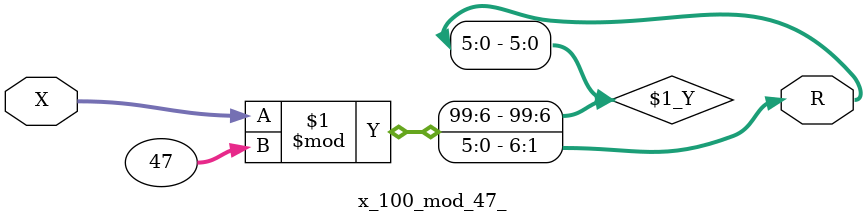
<source format=v>
module x_100_mod_47_(
    input [100:1] X,
    output [6:1] R
    );


assign R = X % 47;

endmodule

</source>
